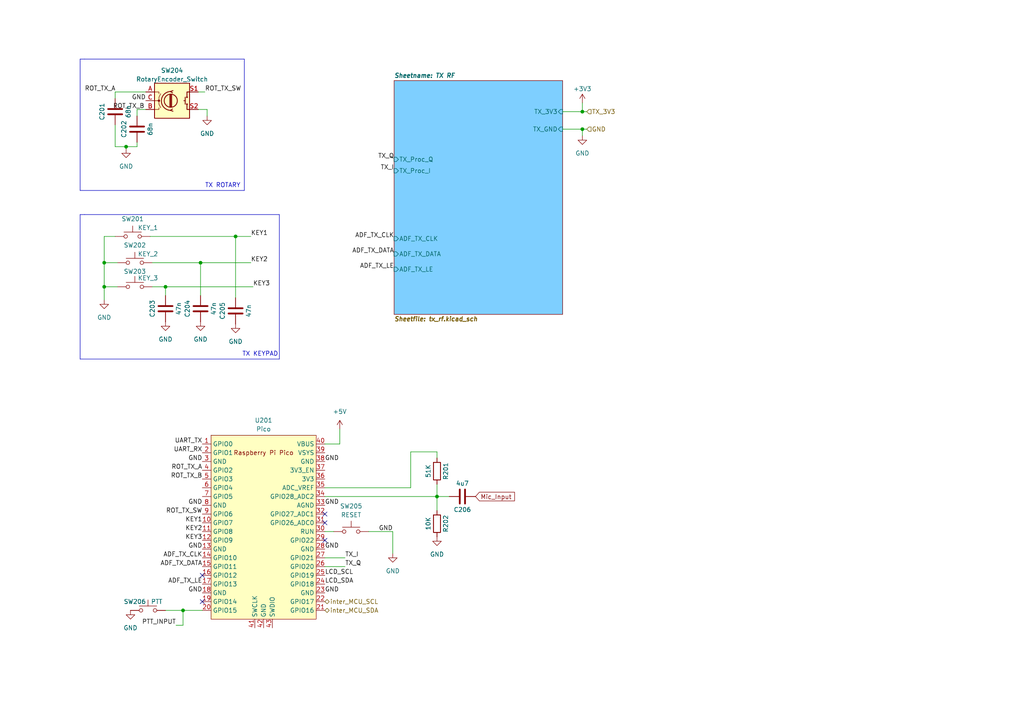
<source format=kicad_sch>
(kicad_sch (version 20231120) (generator "eeschema") (generator_version "8.0")
  (paper "A4")
  (lib_symbols
    (symbol "Device:C" (pin_numbers hide) (pin_names (offset 0.254))
      (property "Reference" "C" (at 0.635 2.54 0))
      (property "Value" "C" (at 0.635 -2.54 0))
      (symbol "C_0_1"
        (polyline (pts (xy -2.032 -0.762) (xy 2.032 -0.762)) (stroke (width 0.508)))
        (polyline (pts (xy -2.032 0.762) (xy 2.032 0.762)) (stroke (width 0.508)))
      )
      (symbol "C_1_1"
        (pin passive line (at 0 3.81 270) (length 2.794) (name "~") (number "1"))
        (pin passive line (at 0 -3.81 90) (length 2.794) (name "~") (number "2"))
      )
    )
    (symbol "Device:R" (pin_numbers hide) (pin_names (offset 0))
      (property "Reference" "R" (at 2.032 0 90))
      (property "Value" "R" (at 0 0 90))
      (symbol "R_0_1"
        (rectangle (start -1.016 -2.54) (end 1.016 2.54) (stroke (width 0.254)))
      )
      (symbol "R_1_1"
        (pin passive line (at 0 3.81 270) (length 1.27) (name "~") (number "1"))
        (pin passive line (at 0 -3.81 90) (length 1.27) (name "~") (number "2"))
      )
    )
    (symbol "Device:RotaryEncoder_Switch" (pin_names (offset 0.254) hide)
      (property "Reference" "SW" (at 0 6.604 0))
      (property "Value" "RotaryEncoder_Switch" (at 0 -6.604 0))
      (symbol "RotaryEncoder_Switch_0_1"
        (rectangle (start -5.08 5.08) (end 5.08 -5.08) (stroke (width 0.254)) (fill (type background)))
        (circle (center -3.81 0) (radius 0.254) (fill (type outline)))
        (circle (center -0.381 0) (radius 1.905) (stroke (width 0.254)))
        (arc (start -0.381 2.667) (mid -3.0988 -0.0635) (end -0.381 -2.794) (stroke (width 0.254)))
        (polyline (pts (xy -0.635 -1.778) (xy -0.635 1.778)) (stroke (width 0.254)))
        (polyline (pts (xy -0.381 -1.778) (xy -0.381 1.778)) (stroke (width 0.254)))
        (polyline (pts (xy -0.127 1.778) (xy -0.127 -1.778)) (stroke (width 0.254)))
        (polyline (pts (xy 3.81 0) (xy 3.429 0)) (stroke (width 0.254)))
        (polyline (pts (xy 3.81 1.016) (xy 3.81 -1.016)) (stroke (width 0.254)))
        (polyline (pts (xy -5.08 -2.54) (xy -3.81 -2.54) (xy -3.81 -2.032)))
        (polyline (pts (xy -5.08 2.54) (xy -3.81 2.54) (xy -3.81 2.032)))
        (polyline (pts (xy 0.254 -3.048) (xy -0.508 -2.794) (xy 0.127 -2.413)) (stroke (width 0.254)))
        (polyline (pts (xy 0.254 2.921) (xy -0.508 2.667) (xy 0.127 2.286)) (stroke (width 0.254)))
        (polyline (pts (xy 5.08 -2.54) (xy 4.318 -2.54) (xy 4.318 -1.016)) (stroke (width 0.254)))
        (polyline (pts (xy 5.08 2.54) (xy 4.318 2.54) (xy 4.318 1.016)) (stroke (width 0.254)))
        (polyline (pts (xy -5.08 0) (xy -3.81 0) (xy -3.81 -1.016) (xy -3.302 -2.032)))
        (polyline (pts (xy -4.318 0) (xy -3.81 0) (xy -3.81 1.016) (xy -3.302 2.032)))
        (circle (center 4.318 -1.016) (radius 0.127) (stroke (width 0.254)))
        (circle (center 4.318 1.016) (radius 0.127) (stroke (width 0.254)))
      )
      (symbol "RotaryEncoder_Switch_1_1"
        (pin passive line (at -7.62 2.54 0) (length 2.54) (name "A") (number "A"))
        (pin passive line (at -7.62 -2.54 0) (length 2.54) (name "B") (number "B"))
        (pin passive line (at -7.62 0 0) (length 2.54) (name "C") (number "C"))
        (pin passive line (at 7.62 2.54 180) (length 2.54) (name "S1") (number "S1"))
        (pin passive line (at 7.62 -2.54 180) (length 2.54) (name "S2") (number "S2"))
      )
    )
    (symbol "MCU_RaspberryPi_and_Boards:Pico"
      (property "Reference" "U" (at -13.97 27.94 0))
      (property "Value" "Pico" (at 0 19.05 0))
      (symbol "Pico_0_0"
        (text "Raspberry Pi Pico" (at 0 21.59 0) (effects (font (size 1.27 1.27))))
      )
      (symbol "Pico_0_1"
        (rectangle (start -15.24 26.67) (end 15.24 -26.67) (fill (type background)))
      )
      (symbol "Pico_1_1"
        (pin bidirectional line (at -17.78 24.13 0) (length 2.54) (name "GPIO0") (number "1"))
        (pin bidirectional line (at -17.78 1.27 0) (length 2.54) (name "GPIO7") (number "10"))
        (pin bidirectional line (at -17.78 -1.27 0) (length 2.54) (name "GPIO8") (number "11"))
        (pin bidirectional line (at -17.78 -3.81 0) (length 2.54) (name "GPIO9") (number "12"))
        (pin power_in line (at -17.78 -6.35 0) (length 2.54) (name "GND") (number "13"))
        (pin bidirectional line (at -17.78 -8.89 0) (length 2.54) (name "GPIO10") (number "14"))
        (pin bidirectional line (at -17.78 -11.43 0) (length 2.54) (name "GPIO11") (number "15"))
        (pin bidirectional line (at -17.78 -13.97 0) (length 2.54) (name "GPIO12") (number "16"))
        (pin bidirectional line (at -17.78 -16.51 0) (length 2.54) (name "GPIO13") (number "17"))
        (pin power_in line (at -17.78 -19.05 0) (length 2.54) (name "GND") (number "18"))
        (pin bidirectional line (at -17.78 -21.59 0) (length 2.54) (name "GPIO14") (number "19"))
        (pin bidirectional line (at -17.78 21.59 0) (length 2.54) (name "GPIO1") (number "2"))
        (pin bidirectional line (at -17.78 -24.13 0) (length 2.54) (name "GPIO15") (number "20"))
        (pin bidirectional line (at 17.78 -24.13 180) (length 2.54) (name "GPIO16") (number "21"))
        (pin bidirectional line (at 17.78 -21.59 180) (length 2.54) (name "GPIO17") (number "22"))
        (pin power_in line (at 17.78 -19.05 180) (length 2.54) (name "GND") (number "23"))
        (pin bidirectional line (at 17.78 -16.51 180) (length 2.54) (name "GPIO18") (number "24"))
        (pin bidirectional line (at 17.78 -13.97 180) (length 2.54) (name "GPIO19") (number "25"))
        (pin bidirectional line (at 17.78 -11.43 180) (length 2.54) (name "GPIO20") (number "26"))
        (pin bidirectional line (at 17.78 -8.89 180) (length 2.54) (name "GPIO21") (number "27"))
        (pin power_in line (at 17.78 -6.35 180) (length 2.54) (name "GND") (number "28"))
        (pin bidirectional line (at 17.78 -3.81 180) (length 2.54) (name "GPIO22") (number "29"))
        (pin power_in line (at -17.78 19.05 0) (length 2.54) (name "GND") (number "3"))
        (pin input line (at 17.78 -1.27 180) (length 2.54) (name "RUN") (number "30"))
        (pin bidirectional line (at 17.78 1.27 180) (length 2.54) (name "GPIO26_ADC0") (number "31"))
        (pin bidirectional line (at 17.78 3.81 180) (length 2.54) (name "GPIO27_ADC1") (number "32"))
        (pin power_in line (at 17.78 6.35 180) (length 2.54) (name "AGND") (number "33"))
        (pin bidirectional line (at 17.78 8.89 180) (length 2.54) (name "GPIO28_ADC2") (number "34"))
        (pin power_in line (at 17.78 11.43 180) (length 2.54) (name "ADC_VREF") (number "35"))
        (pin power_in line (at 17.78 13.97 180) (length 2.54) (name "3V3") (number "36"))
        (pin input line (at 17.78 16.51 180) (length 2.54) (name "3V3_EN") (number "37"))
        (pin bidirectional line (at 17.78 19.05 180) (length 2.54) (name "GND") (number "38"))
        (pin power_in line (at 17.78 21.59 180) (length 2.54) (name "VSYS") (number "39"))
        (pin bidirectional line (at -17.78 16.51 0) (length 2.54) (name "GPIO2") (number "4"))
        (pin power_in line (at 17.78 24.13 180) (length 2.54) (name "VBUS") (number "40"))
        (pin input line (at -2.54 -29.21 90) (length 2.54) (name "SWCLK") (number "41"))
        (pin power_in line (at 0 -29.21 90) (length 2.54) (name "GND") (number "42"))
        (pin bidirectional line (at 2.54 -29.21 90) (length 2.54) (name "SWDIO") (number "43"))
        (pin bidirectional line (at -17.78 13.97 0) (length 2.54) (name "GPIO3") (number "5"))
        (pin bidirectional line (at -17.78 11.43 0) (length 2.54) (name "GPIO4") (number "6"))
        (pin bidirectional line (at -17.78 8.89 0) (length 2.54) (name "GPIO5") (number "7"))
        (pin power_in line (at -17.78 6.35 0) (length 2.54) (name "GND") (number "8"))
        (pin bidirectional line (at -17.78 3.81 0) (length 2.54) (name "GPIO6") (number "9"))
      )
    )
    (symbol "Switch:SW_Push" (pin_numbers hide) (pin_names (offset 1.016) hide)
      (property "Reference" "SW" (at 1.27 2.54 0))
      (property "Value" "SW_Push" (at 0 -1.524 0))
      (symbol "SW_Push_0_1"
        (circle (center -2.032 0) (radius 0.508))
        (polyline (pts (xy 0 1.27) (xy 0 3.048)))
        (polyline (pts (xy 2.54 1.27) (xy -2.54 1.27)))
        (circle (center 2.032 0) (radius 0.508))
        (pin passive line (at -5.08 0 0) (length 2.54) (name "1") (number "1"))
        (pin passive line (at 5.08 0 180) (length 2.54) (name "2") (number "2"))
      )
    )
    (symbol "power:+3V3" (power) (pin_names (offset 0))
      (property "Value" "+3V3" (at 0 3.556 0))
      (symbol "+3V3_0_1"
        (polyline (pts (xy -0.762 1.27) (xy 0 2.54)))
        (polyline (pts (xy 0 0) (xy 0 2.54)))
        (polyline (pts (xy 0 2.54) (xy 0.762 1.27)))
      )
      (symbol "+3V3_1_1"
        (pin power_in line (at 0 0 90) (length 0) hide (name "+3V3") (number "1"))
      )
    )
    (symbol "power:+5V" (power) (pin_numbers hide) (pin_names (offset 0) hide)
      (property "Value" "+5V" (at 0 3.556 0))
      (symbol "+5V_0_1"
        (polyline (pts (xy -0.762 1.27) (xy 0 2.54)))
        (polyline (pts (xy 0 0) (xy 0 2.54)))
        (polyline (pts (xy 0 2.54) (xy 0.762 1.27)))
      )
      (symbol "+5V_1_1"
        (pin power_in line (at 0 0 90) (length 0) (name "~") (number "1"))
      )
    )
    (symbol "power:GND" (power) (pin_names (offset 0))
      (property "Value" "GND" (at 0 -3.81 0))
      (symbol "GND_0_1"
        (polyline (pts (xy 0 0) (xy 0 -1.27) (xy 1.27 -1.27) (xy 0 -2.54) (xy -1.27 -1.27) (xy 0 -1.27)))
      )
      (symbol "GND_1_1"
        (pin power_in line (at 0 0 270) (length 0) hide (name "GND") (number "1"))
      )
    )
  )
  (junction (at 30.226 83.185))
  (junction (at 48.006 83.185))
  (junction (at 58.166 76.2))
  (junction (at 30.226 76.2))
  (junction (at 68.326 68.58))
  (junction (at 36.576 42.545))
  (junction (at 168.91 32.385))
  (junction (at 53.086 177.038))
  (junction (at 168.91 37.465))
  (junction (at 126.746 144.018))
  (no_connect (at 58.674 166.878))
  (no_connect (at 94.234 151.638))
  (no_connect (at 94.234 149.098))
  (no_connect (at 94.234 156.718))
  (no_connect (at 58.674 174.498))
  (wire (pts (xy 44.196 83.185) (xy 48.006 83.185)))
  (wire (pts (xy 119.126 131.064) (xy 119.126 141.478)))
  (wire (pts (xy 68.326 68.58) (xy 68.326 86.36)))
  (polyline (pts (xy 23.241 55.245) (xy 23.241 17.145)))
  (wire (pts (xy 53.086 177.038) (xy 58.674 177.038)))
  (wire (pts (xy 126.746 131.064) (xy 119.126 131.064)))
  (wire (pts (xy 168.91 37.465) (xy 168.91 39.37)))
  (wire (pts (xy 168.91 32.385) (xy 168.91 29.845)))
  (wire (pts (xy 48.006 83.185) (xy 73.406 83.185)))
  (wire (pts (xy 94.234 128.778) (xy 98.552 128.778)))
  (wire (pts (xy 163.195 37.465) (xy 168.91 37.465)))
  (wire (pts (xy 119.126 141.478) (xy 94.234 141.478)))
  (wire (pts (xy 42.291 26.67) (xy 33.401 26.67)))
  (polyline (pts (xy 81.026 62.23) (xy 81.026 104.14)))
  (wire (pts (xy 39.751 31.75) (xy 39.751 33.655)))
  (wire (pts (xy 113.919 154.178) (xy 113.919 160.528)))
  (wire (pts (xy 30.226 76.2) (xy 34.036 76.2)))
  (wire (pts (xy 48.006 83.185) (xy 48.006 85.725)))
  (polyline (pts (xy 24.511 17.145) (xy 70.866 17.145)))
  (wire (pts (xy 39.751 41.275) (xy 39.751 42.545)))
  (wire (pts (xy 43.561 68.58) (xy 68.326 68.58)))
  (wire (pts (xy 98.552 128.778) (xy 98.552 124.46)))
  (wire (pts (xy 58.166 76.2) (xy 58.166 85.725)))
  (wire (pts (xy 57.531 26.67) (xy 59.436 26.67)))
  (polyline (pts (xy 70.866 55.245) (xy 23.241 55.245)))
  (wire (pts (xy 126.746 140.462) (xy 126.746 144.018)))
  (wire (pts (xy 106.934 154.178) (xy 113.919 154.178)))
  (wire (pts (xy 51.054 181.356) (xy 53.086 181.356)))
  (wire (pts (xy 30.226 68.58) (xy 30.226 76.2)))
  (wire (pts (xy 94.234 144.018) (xy 126.746 144.018)))
  (polyline (pts (xy 70.866 17.145) (xy 70.866 55.245)))
  (wire (pts (xy 36.576 42.545) (xy 36.576 43.18)))
  (wire (pts (xy 30.226 83.185) (xy 30.226 86.995)))
  (wire (pts (xy 60.071 31.75) (xy 60.071 33.655)))
  (wire (pts (xy 126.746 144.018) (xy 126.746 148.082)))
  (wire (pts (xy 30.226 83.185) (xy 34.036 83.185)))
  (wire (pts (xy 94.234 164.338) (xy 100.076 164.338)))
  (wire (pts (xy 126.746 132.842) (xy 126.746 131.064)))
  (wire (pts (xy 33.401 68.58) (xy 30.226 68.58)))
  (polyline (pts (xy 23.241 104.14) (xy 23.241 62.23)))
  (wire (pts (xy 44.196 76.2) (xy 58.166 76.2)))
  (wire (pts (xy 48.006 177.038) (xy 53.086 177.038)))
  (wire (pts (xy 94.234 161.798) (xy 100.076 161.798)))
  (wire (pts (xy 42.291 31.75) (xy 39.751 31.75)))
  (wire (pts (xy 126.746 144.018) (xy 130.302 144.018)))
  (polyline (pts (xy 23.241 62.23) (xy 24.511 62.23)))
  (wire (pts (xy 58.166 76.2) (xy 72.771 76.2)))
  (wire (pts (xy 36.576 42.545) (xy 33.401 42.545)))
  (wire (pts (xy 53.086 181.356) (xy 53.086 177.038)))
  (wire (pts (xy 168.91 37.465) (xy 170.18 37.465)))
  (wire (pts (xy 57.531 31.75) (xy 60.071 31.75)))
  (wire (pts (xy 39.751 42.545) (xy 36.576 42.545)))
  (wire (pts (xy 33.401 26.67) (xy 33.401 28.575)))
  (wire (pts (xy 94.234 154.178) (xy 96.774 154.178)))
  (wire (pts (xy 30.226 76.2) (xy 30.226 83.185)))
  (wire (pts (xy 68.326 68.58) (xy 72.771 68.58)))
  (polyline (pts (xy 81.026 104.14) (xy 23.241 104.14)))
  (wire (pts (xy 163.195 32.385) (xy 168.91 32.385)))
  (polyline (pts (xy 23.241 17.145) (xy 24.511 17.145)))
  (wire (pts (xy 168.91 32.385) (xy 170.18 32.385)))
  (polyline (pts (xy 24.511 62.23) (xy 81.026 62.23)))
  (wire (pts (xy 33.401 42.545) (xy 33.401 36.195)))
  (text "TX ROTARY " (at 59.436 54.61 0) (effects (font (size 1.27 1.27)) (justify left bottom)))
  (text "TX KEYPAD" (at 70.231 103.505 0) (effects (font (size 1.27 1.27)) (justify left bottom)))
  (label "GND" (at 94.234 159.258 0))
  (label "ROT_TX_SW" (at 58.674 149.098 180))
  (label "GND" (at 58.674 146.558 180))
  (label "ADF_TX_LE" (at 58.674 169.418 180))
  (label "KEY1" (at 58.674 151.638 180))
  (label "LCD_SCL" (at 94.234 166.878 0))
  (label "TX_Q" (at 114.3 46.228 180))
  (label "GND" (at 113.919 154.178 180))
  (label "ROT_TX_B" (at 41.91 31.75 180))
  (label "GND" (at 58.674 171.958 180))
  (label "KEY1" (at 72.771 68.58 0))
  (label "KEY3" (at 73.406 83.185 0))
  (label "GND" (at 94.234 171.958 0))
  (label "GND" (at 94.234 133.858 0))
  (label "ROT_TX_SW" (at 59.436 26.67 0))
  (label "LCD_SDA" (at 94.234 169.418 0))
  (label "ROT_TX_A" (at 58.674 136.398 180))
  (label "GND" (at 58.674 133.858 180))
  (label "ADF_TX_CLK" (at 114.3 69.215 180))
  (label "ROT_TX_B" (at 58.674 138.938 180))
  (label "TX_I" (at 100.076 161.798 0))
  (label "GND" (at 94.234 146.558 0))
  (label "UART_TX" (at 58.674 128.778 180))
  (label "ADF_TX_DATA" (at 58.674 164.338 180))
  (label "KEY2" (at 58.674 154.178 180))
  (label "UART_RX" (at 58.674 131.318 180))
  (label "PTT_INPUT" (at 51.054 181.356 180))
  (label "KEY2" (at 72.771 76.2 0))
  (label "TX_Q" (at 100.076 164.338 0))
  (label "TX_I" (at 114.3 49.53 180))
  (label "ADF_TX_LE" (at 114.3 78.105 180))
  (label "ADF_TX_CLK" (at 58.674 161.798 180))
  (label "GND" (at 42.291 29.21 180))
  (label "ROT_TX_A" (at 33.528 26.67 180))
  (label "ADF_TX_DATA" (at 114.3 73.66 180))
  (label "KEY3" (at 58.674 156.718 180))
  (label "GND" (at 58.674 159.258 180))
  (global_label "Mic_Input" (shape input) (at 137.922 144.018 0) (property "Intersheetrefs" "${INTERSHEET_REFS}" (effects (hide yes))))
  (hierarchical_label "inter_MCU_SCL" (shape bidirectional) (at 94.234 174.498 0))
  (hierarchical_label "inter_MCU_SDA" (shape bidirectional) (at 94.234 177.038 0))
  (hierarchical_label "TX_3V3" (shape input) (at 170.18 32.385 0))
  (hierarchical_label "GND" (shape input) (at 170.18 37.465 0))
  (symbol (lib_id "power:GND") (at 68.326 93.98 0) (unit 1)
    (property "Reference" "#PWR0206" (effects (hide yes)))
    (property "Value" "GND" (at 68.326 99.06 0))
  )
  (symbol (lib_id "Device:C") (at 39.751 37.465 180) (unit 1)
    (property "Reference" "C202" (at 35.941 37.465 90))
    (property "Value" "68n" (at 43.561 37.465 90))
    (property "Footprint" "Capacitor_SMD:C_0805_2012Metric" (effects (hide yes)))
  )
  (symbol (lib_id "Switch:SW_Push") (at 42.926 177.038 0) (unit 1)
    (property "Reference" "SW206" (at 39.116 174.498 0))
    (property "Value" "PTT" (at 45.466 174.498 0))
  )
  (symbol (lib_id "MCU_RaspberryPi_and_Boards:Pico") (at 76.454 152.908 0) (unit 1)
    (property "Reference" "U201" (at 76.454 121.92 0))
    (property "Value" "Pico" (at 76.454 124.46 0))
    (property "Footprint" "RPi_Pico:RPi_Pico_SMD_TH" (effects (hide yes)))
  )
  (symbol (lib_id "power:GND") (at 30.226 86.995 0) (unit 1)
    (property "Reference" "#PWR0201" (effects (hide yes)))
    (property "Value" "GND" (at 30.226 92.075 0))
  )
  (symbol (lib_id "Switch:SW_Push") (at 39.116 76.2 0) (unit 1)
    (property "Reference" "SW202" (at 39.116 71.12 0))
    (property "Value" "KEY_2" (at 42.926 73.66 0))
  )
  (symbol (lib_id "Device:C") (at 68.326 90.17 180) (unit 1)
    (property "Reference" "C205" (at 64.516 90.17 90))
    (property "Value" "47n" (at 72.136 90.17 90))
    (property "Footprint" "Capacitor_SMD:C_0805_2012Metric" (effects (hide yes)))
  )
  (symbol (lib_id "Switch:SW_Push") (at 38.481 68.58 0) (unit 1)
    (property "Reference" "SW201" (at 38.481 63.5 0))
    (property "Value" "KEY_1" (at 42.926 66.04 0))
  )
  (symbol (lib_id "power:GND") (at 58.166 93.345 0) (unit 1)
    (property "Reference" "#PWR0204" (effects (hide yes)))
    (property "Value" "GND" (at 58.166 98.425 0))
  )
  (symbol (lib_id "Device:C") (at 48.006 89.535 180) (unit 1)
    (property "Reference" "C203" (at 44.196 89.535 90))
    (property "Value" "47n" (at 51.816 89.535 90))
    (property "Footprint" "Capacitor_SMD:C_0805_2012Metric" (effects (hide yes)))
  )
  (symbol (lib_id "power:GND") (at 168.91 39.37 0) (unit 1)
    (property "Reference" "#PWR0209" (effects (hide yes)))
    (property "Value" "GND" (at 168.91 44.45 0))
  )
  (symbol (lib_id "power:GND") (at 48.006 93.345 0) (unit 1)
    (property "Reference" "#PWR0203" (effects (hide yes)))
    (property "Value" "GND" (at 48.006 98.425 0))
  )
  (symbol (lib_id "power:GND") (at 37.846 177.038 0) (unit 1)
    (property "Reference" "#PWR0210" (effects (hide yes)))
    (property "Value" "GND" (at 37.846 182.118 0))
  )
  (symbol (lib_id "Device:R") (at 126.746 151.892 0) (unit 1)
    (property "Reference" "R202" (at 129.286 151.892 90))
    (property "Value" "10K" (at 124.206 151.892 90))
    (property "Footprint" "Resistor_SMD:R_0805_2012Metric" (effects (hide yes)))
  )
  (symbol (lib_id "Device:R") (at 126.746 136.652 0) (unit 1)
    (property "Reference" "R201" (at 129.286 136.652 90))
    (property "Value" "51K" (at 124.206 136.652 90))
    (property "Footprint" "Resistor_SMD:R_0805_2012Metric" (effects (hide yes)))
  )
  (symbol (lib_id "power:GND") (at 60.071 33.655 0) (unit 1)
    (property "Reference" "#PWR0205" (effects (hide yes)))
    (property "Value" "GND" (at 60.071 38.735 0))
  )
  (symbol (lib_id "power:+5V") (at 98.552 124.46 0) (unit 1)
    (property "Reference" "#PWR0212" (effects (hide yes)))
    (property "Value" "+5V" (at 98.552 119.38 0))
    (property "Description" "Power symbol creates a global label with name \"+5V\"" (effects (hide yes)))
  )
  (symbol (lib_id "power:GND") (at 36.576 43.18 0) (unit 1)
    (property "Reference" "#PWR0202" (effects (hide yes)))
    (property "Value" "GND" (at 36.576 48.26 0))
  )
  (symbol (lib_id "power:GND") (at 126.746 155.702 0) (unit 1)
    (property "Reference" "#PWR0211" (effects (hide yes)))
    (property "Value" "GND" (at 126.746 160.782 0))
  )
  (symbol (lib_id "power:+3V3") (at 168.91 29.845 0) (unit 1)
    (property "Reference" "#PWR0208" (effects (hide yes)))
    (property "Value" "+3V3" (at 168.91 25.781 0))
  )
  (symbol (lib_id "Switch:SW_Push") (at 101.854 154.178 0) (unit 1)
    (property "Reference" "SW205" (at 101.854 146.812 0))
    (property "Value" "RESET" (at 101.854 149.352 0))
  )
  (symbol (lib_id "Device:C") (at 33.401 32.385 180) (unit 1)
    (property "Reference" "C201" (at 29.591 32.385 90))
    (property "Value" "68n" (at 37.211 32.385 90))
    (property "Footprint" "Capacitor_SMD:C_0805_2012Metric" (effects (hide yes)))
  )
  (symbol (lib_id "Device:C") (at 134.112 144.018 270) (unit 1)
    (property "Reference" "C206" (at 134.112 147.828 90))
    (property "Value" "4u7" (at 134.112 140.208 90))
    (property "Footprint" "Capacitor_SMD:C_0805_2012Metric" (effects (hide yes)))
  )
  (symbol (lib_id "Device:C") (at 58.166 89.535 180) (unit 1)
    (property "Reference" "C204" (at 54.356 89.535 90))
    (property "Value" "47n" (at 61.976 89.535 90))
    (property "Footprint" "Capacitor_SMD:C_0805_2012Metric" (effects (hide yes)))
  )
  (symbol (lib_id "Device:RotaryEncoder_Switch") (at 49.911 29.21 0) (unit 1)
    (property "Reference" "SW204" (at 49.911 20.447 0))
    (property "Value" "RotaryEncoder_Switch" (at 49.911 22.987 0))
  )
  (symbol (lib_id "Switch:SW_Push") (at 39.116 83.185 0) (unit 1)
    (property "Reference" "SW203" (at 39.116 78.74 0))
    (property "Value" "KEY_3" (at 42.926 80.645 0))
  )
  (symbol (lib_id "power:GND") (at 113.919 160.528 0) (unit 1)
    (property "Reference" "#PWR0207" (effects (hide yes)))
    (property "Value" "GND" (at 113.919 165.608 0))
  )
  (sheet (at 114.3 23.368) (size 48.895 67.818) (stroke (width 0.1524)) (fill (color 68 187 255 0.6900))
    (property "Sheetname" "TX RF" (at 114.3 22.6564 0) (show_name yes) (effects (font (bold yes) (italic yes)) (justify left bottom)))
    (property "Sheetfile" "tx_rf.kicad_sch" (at 114.3 91.7706 0) (show_name yes) (effects (font (bold yes) (italic yes)) (justify left top)))
    (pin "TX_3V3" input (at 163.195 32.385 0))
    (pin "TX_GND" input (at 163.195 37.465 0))
    (pin "ADF_TX_DATA" input (at 114.3 73.66 180))
    (pin "ADF_TX_CLK" input (at 114.3 69.215 180))
    (pin "ADF_TX_LE" input (at 114.3 78.105 180))
    (pin "TX_Proc_Q" input (at 114.3 46.228 180))
    (pin "TX_Proc_I" input (at 114.3 49.53 180))
  )
)
</source>
